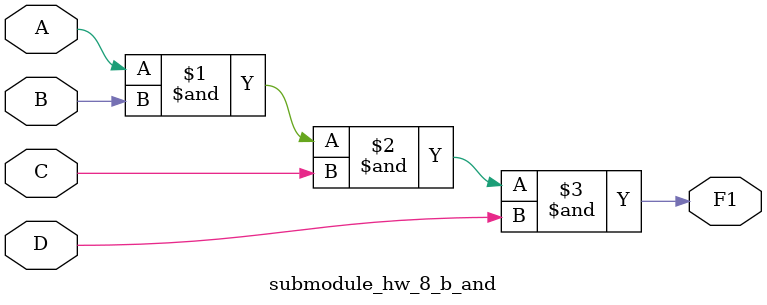
<source format=v>
module submodule_hw_8_b_and(
    output wire F1,
    input wire A, B, C, D 
);    
and U0 (F1, A, B, C, D);
endmodule
</source>
